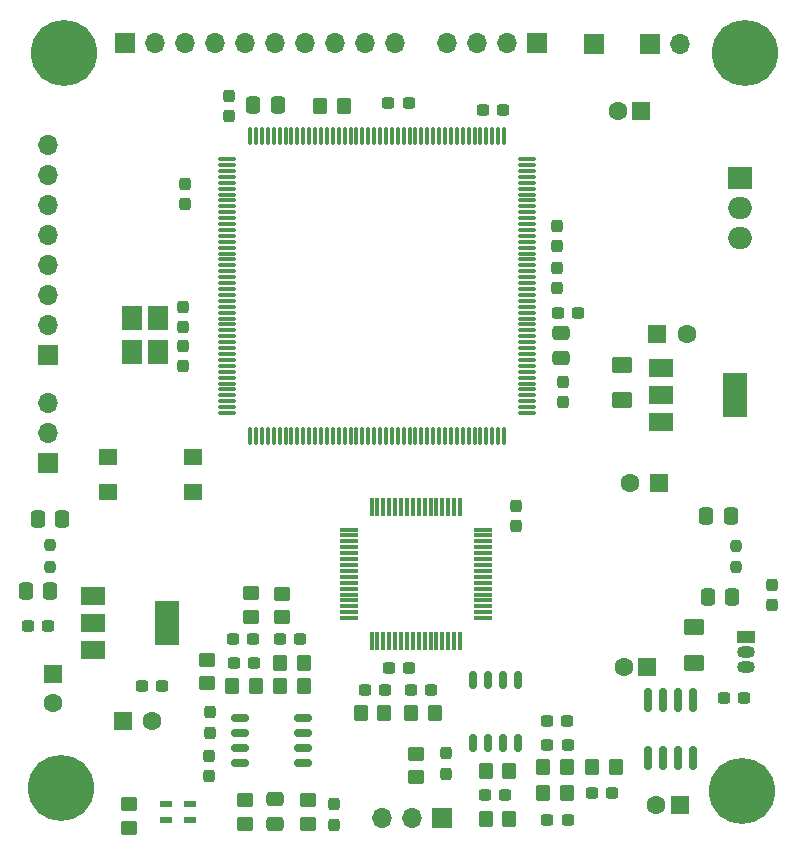
<source format=gbr>
%TF.GenerationSoftware,KiCad,Pcbnew,7.0.2*%
%TF.CreationDate,2023-11-02T10:17:44+01:00*%
%TF.ProjectId,stm_audio_board_V2,73746d5f-6175-4646-996f-5f626f617264,rev?*%
%TF.SameCoordinates,Original*%
%TF.FileFunction,Soldermask,Top*%
%TF.FilePolarity,Negative*%
%FSLAX46Y46*%
G04 Gerber Fmt 4.6, Leading zero omitted, Abs format (unit mm)*
G04 Created by KiCad (PCBNEW 7.0.2) date 2023-11-02 10:17:44*
%MOMM*%
%LPD*%
G01*
G04 APERTURE LIST*
G04 Aperture macros list*
%AMRoundRect*
0 Rectangle with rounded corners*
0 $1 Rounding radius*
0 $2 $3 $4 $5 $6 $7 $8 $9 X,Y pos of 4 corners*
0 Add a 4 corners polygon primitive as box body*
4,1,4,$2,$3,$4,$5,$6,$7,$8,$9,$2,$3,0*
0 Add four circle primitives for the rounded corners*
1,1,$1+$1,$2,$3*
1,1,$1+$1,$4,$5*
1,1,$1+$1,$6,$7*
1,1,$1+$1,$8,$9*
0 Add four rect primitives between the rounded corners*
20,1,$1+$1,$2,$3,$4,$5,0*
20,1,$1+$1,$4,$5,$6,$7,0*
20,1,$1+$1,$6,$7,$8,$9,0*
20,1,$1+$1,$8,$9,$2,$3,0*%
G04 Aperture macros list end*
%ADD10R,1.725000X2.100000*%
%ADD11RoundRect,0.237500X0.300000X0.237500X-0.300000X0.237500X-0.300000X-0.237500X0.300000X-0.237500X0*%
%ADD12RoundRect,0.250000X-0.350000X-0.450000X0.350000X-0.450000X0.350000X0.450000X-0.350000X0.450000X0*%
%ADD13RoundRect,0.237500X0.237500X-0.300000X0.237500X0.300000X-0.237500X0.300000X-0.237500X-0.300000X0*%
%ADD14RoundRect,0.237500X-0.237500X0.300000X-0.237500X-0.300000X0.237500X-0.300000X0.237500X0.300000X0*%
%ADD15C,5.600000*%
%ADD16R,2.000000X1.905000*%
%ADD17O,2.000000X1.905000*%
%ADD18RoundRect,0.250000X0.337500X0.475000X-0.337500X0.475000X-0.337500X-0.475000X0.337500X-0.475000X0*%
%ADD19R,1.500000X1.050000*%
%ADD20O,1.500000X1.050000*%
%ADD21RoundRect,0.150000X0.625000X0.150000X-0.625000X0.150000X-0.625000X-0.150000X0.625000X-0.150000X0*%
%ADD22RoundRect,0.150000X-0.150000X0.625000X-0.150000X-0.625000X0.150000X-0.625000X0.150000X0.625000X0*%
%ADD23RoundRect,0.250001X-0.624999X0.462499X-0.624999X-0.462499X0.624999X-0.462499X0.624999X0.462499X0*%
%ADD24RoundRect,0.237500X-0.300000X-0.237500X0.300000X-0.237500X0.300000X0.237500X-0.300000X0.237500X0*%
%ADD25R,1.700000X1.700000*%
%ADD26RoundRect,0.075000X-0.675000X-0.075000X0.675000X-0.075000X0.675000X0.075000X-0.675000X0.075000X0*%
%ADD27RoundRect,0.075000X-0.075000X-0.675000X0.075000X-0.675000X0.075000X0.675000X-0.075000X0.675000X0*%
%ADD28O,1.700000X1.700000*%
%ADD29RoundRect,0.250000X0.450000X-0.350000X0.450000X0.350000X-0.450000X0.350000X-0.450000X-0.350000X0*%
%ADD30RoundRect,0.250000X-0.450000X0.350000X-0.450000X-0.350000X0.450000X-0.350000X0.450000X0.350000X0*%
%ADD31RoundRect,0.237500X-0.237500X0.250000X-0.237500X-0.250000X0.237500X-0.250000X0.237500X0.250000X0*%
%ADD32RoundRect,0.250000X0.350000X0.450000X-0.350000X0.450000X-0.350000X-0.450000X0.350000X-0.450000X0*%
%ADD33R,1.000000X0.600000*%
%ADD34R,1.600000X1.400000*%
%ADD35RoundRect,0.150000X-0.150000X0.825000X-0.150000X-0.825000X0.150000X-0.825000X0.150000X0.825000X0*%
%ADD36RoundRect,0.075000X0.700000X0.075000X-0.700000X0.075000X-0.700000X-0.075000X0.700000X-0.075000X0*%
%ADD37RoundRect,0.075000X0.075000X0.700000X-0.075000X0.700000X-0.075000X-0.700000X0.075000X-0.700000X0*%
%ADD38RoundRect,0.250000X0.475000X-0.337500X0.475000X0.337500X-0.475000X0.337500X-0.475000X-0.337500X0*%
%ADD39R,2.000000X1.500000*%
%ADD40R,2.000000X3.800000*%
%ADD41RoundRect,0.250000X-0.475000X0.337500X-0.475000X-0.337500X0.475000X-0.337500X0.475000X0.337500X0*%
%ADD42R,1.600000X1.600000*%
%ADD43C,1.600000*%
G04 APERTURE END LIST*
D10*
%TO.C,Y2*%
X193405000Y-72284000D03*
X193405000Y-75184000D03*
X195580000Y-75184000D03*
X195580000Y-72284000D03*
%TD*%
D11*
%TO.C,C39*%
X203714346Y-101487000D03*
X201989346Y-101487000D03*
%TD*%
%TO.C,C8*%
X224819500Y-54687000D03*
X223094500Y-54687000D03*
%TD*%
D12*
%TO.C,R14*%
X205931000Y-103457000D03*
X207931000Y-103457000D03*
%TD*%
D13*
%TO.C,C18*%
X219953000Y-110885500D03*
X219953000Y-109160500D03*
%TD*%
D14*
%TO.C,C38*%
X199959568Y-105676500D03*
X199959568Y-107401500D03*
%TD*%
D15*
%TO.C,H2*%
X245003000Y-112333000D03*
%TD*%
D13*
%TO.C,C35*%
X197859000Y-62687500D03*
X197859000Y-60962500D03*
%TD*%
D14*
%TO.C,C43*%
X210495000Y-113462500D03*
X210495000Y-115187500D03*
%TD*%
D16*
%TO.C,U3*%
X244877000Y-60471000D03*
D17*
X244877000Y-63011000D03*
X244877000Y-65551000D03*
%TD*%
D11*
%TO.C,C20*%
X230247500Y-108421000D03*
X228522500Y-108421000D03*
%TD*%
D18*
%TO.C,C69*%
X244058500Y-89057000D03*
X241983500Y-89057000D03*
%TD*%
D11*
%TO.C,C23*%
X207593500Y-99455000D03*
X205868500Y-99455000D03*
%TD*%
D12*
%TO.C,R4*%
X232353000Y-110313000D03*
X234353000Y-110313000D03*
%TD*%
D19*
%TO.C,U6*%
X245325000Y-99275000D03*
D20*
X245325000Y-100545000D03*
X245325000Y-101815000D03*
%TD*%
D13*
%TO.C,C81*%
X225843000Y-89913500D03*
X225843000Y-88188500D03*
%TD*%
D21*
%TO.C,U2*%
X207822000Y-109986000D03*
X207822000Y-108716000D03*
X207822000Y-107446000D03*
X207822000Y-106176000D03*
X202472000Y-106176000D03*
X202472000Y-107446000D03*
X202472000Y-108716000D03*
X202472000Y-109986000D03*
%TD*%
D14*
%TO.C,C58*%
X229355000Y-68074500D03*
X229355000Y-69799500D03*
%TD*%
D22*
%TO.C,U4*%
X226018000Y-102934000D03*
X224748000Y-102934000D03*
X223478000Y-102934000D03*
X222208000Y-102934000D03*
X222208000Y-108284000D03*
X223478000Y-108284000D03*
X224748000Y-108284000D03*
X226018000Y-108284000D03*
%TD*%
D23*
%TO.C,D5*%
X234875000Y-76256500D03*
X234875000Y-79231500D03*
%TD*%
D11*
%TO.C,C27*%
X186259500Y-98365000D03*
X184534500Y-98365000D03*
%TD*%
D24*
%TO.C,C30*%
X194186500Y-103475000D03*
X195911500Y-103475000D03*
%TD*%
D11*
%TO.C,C22*%
X203648654Y-99455000D03*
X201923654Y-99455000D03*
%TD*%
D25*
%TO.C,J4*%
X232457000Y-49069000D03*
%TD*%
D13*
%TO.C,C48*%
X247555000Y-96629976D03*
X247555000Y-94904976D03*
%TD*%
D26*
%TO.C,U1*%
X201447000Y-58846000D03*
X201447000Y-59346000D03*
X201447000Y-59846000D03*
X201447000Y-60346000D03*
X201447000Y-60846000D03*
X201447000Y-61346000D03*
X201447000Y-61846000D03*
X201447000Y-62346000D03*
X201447000Y-62846000D03*
X201447000Y-63346000D03*
X201447000Y-63846000D03*
X201447000Y-64346000D03*
X201447000Y-64846000D03*
X201447000Y-65346000D03*
X201447000Y-65846000D03*
X201447000Y-66346000D03*
X201447000Y-66846000D03*
X201447000Y-67346000D03*
X201447000Y-67846000D03*
X201447000Y-68346000D03*
X201447000Y-68846000D03*
X201447000Y-69346000D03*
X201447000Y-69846000D03*
X201447000Y-70346000D03*
X201447000Y-70846000D03*
X201447000Y-71346000D03*
X201447000Y-71846000D03*
X201447000Y-72346000D03*
X201447000Y-72846000D03*
X201447000Y-73346000D03*
X201447000Y-73846000D03*
X201447000Y-74346000D03*
X201447000Y-74846000D03*
X201447000Y-75346000D03*
X201447000Y-75846000D03*
X201447000Y-76346000D03*
X201447000Y-76846000D03*
X201447000Y-77346000D03*
X201447000Y-77846000D03*
X201447000Y-78346000D03*
X201447000Y-78846000D03*
X201447000Y-79346000D03*
X201447000Y-79846000D03*
X201447000Y-80346000D03*
D27*
X203372000Y-82271000D03*
X203872000Y-82271000D03*
X204372000Y-82271000D03*
X204872000Y-82271000D03*
X205372000Y-82271000D03*
X205872000Y-82271000D03*
X206372000Y-82271000D03*
X206872000Y-82271000D03*
X207372000Y-82271000D03*
X207872000Y-82271000D03*
X208372000Y-82271000D03*
X208872000Y-82271000D03*
X209372000Y-82271000D03*
X209872000Y-82271000D03*
X210372000Y-82271000D03*
X210872000Y-82271000D03*
X211372000Y-82271000D03*
X211872000Y-82271000D03*
X212372000Y-82271000D03*
X212872000Y-82271000D03*
X213372000Y-82271000D03*
X213872000Y-82271000D03*
X214372000Y-82271000D03*
X214872000Y-82271000D03*
X215372000Y-82271000D03*
X215872000Y-82271000D03*
X216372000Y-82271000D03*
X216872000Y-82271000D03*
X217372000Y-82271000D03*
X217872000Y-82271000D03*
X218372000Y-82271000D03*
X218872000Y-82271000D03*
X219372000Y-82271000D03*
X219872000Y-82271000D03*
X220372000Y-82271000D03*
X220872000Y-82271000D03*
X221372000Y-82271000D03*
X221872000Y-82271000D03*
X222372000Y-82271000D03*
X222872000Y-82271000D03*
X223372000Y-82271000D03*
X223872000Y-82271000D03*
X224372000Y-82271000D03*
X224872000Y-82271000D03*
D26*
X226797000Y-80346000D03*
X226797000Y-79846000D03*
X226797000Y-79346000D03*
X226797000Y-78846000D03*
X226797000Y-78346000D03*
X226797000Y-77846000D03*
X226797000Y-77346000D03*
X226797000Y-76846000D03*
X226797000Y-76346000D03*
X226797000Y-75846000D03*
X226797000Y-75346000D03*
X226797000Y-74846000D03*
X226797000Y-74346000D03*
X226797000Y-73846000D03*
X226797000Y-73346000D03*
X226797000Y-72846000D03*
X226797000Y-72346000D03*
X226797000Y-71846000D03*
X226797000Y-71346000D03*
X226797000Y-70846000D03*
X226797000Y-70346000D03*
X226797000Y-69846000D03*
X226797000Y-69346000D03*
X226797000Y-68846000D03*
X226797000Y-68346000D03*
X226797000Y-67846000D03*
X226797000Y-67346000D03*
X226797000Y-66846000D03*
X226797000Y-66346000D03*
X226797000Y-65846000D03*
X226797000Y-65346000D03*
X226797000Y-64846000D03*
X226797000Y-64346000D03*
X226797000Y-63846000D03*
X226797000Y-63346000D03*
X226797000Y-62846000D03*
X226797000Y-62346000D03*
X226797000Y-61846000D03*
X226797000Y-61346000D03*
X226797000Y-60846000D03*
X226797000Y-60346000D03*
X226797000Y-59846000D03*
X226797000Y-59346000D03*
X226797000Y-58846000D03*
D27*
X224872000Y-56921000D03*
X224372000Y-56921000D03*
X223872000Y-56921000D03*
X223372000Y-56921000D03*
X222872000Y-56921000D03*
X222372000Y-56921000D03*
X221872000Y-56921000D03*
X221372000Y-56921000D03*
X220872000Y-56921000D03*
X220372000Y-56921000D03*
X219872000Y-56921000D03*
X219372000Y-56921000D03*
X218872000Y-56921000D03*
X218372000Y-56921000D03*
X217872000Y-56921000D03*
X217372000Y-56921000D03*
X216872000Y-56921000D03*
X216372000Y-56921000D03*
X215872000Y-56921000D03*
X215372000Y-56921000D03*
X214872000Y-56921000D03*
X214372000Y-56921000D03*
X213872000Y-56921000D03*
X213372000Y-56921000D03*
X212872000Y-56921000D03*
X212372000Y-56921000D03*
X211872000Y-56921000D03*
X211372000Y-56921000D03*
X210872000Y-56921000D03*
X210372000Y-56921000D03*
X209872000Y-56921000D03*
X209372000Y-56921000D03*
X208872000Y-56921000D03*
X208372000Y-56921000D03*
X207872000Y-56921000D03*
X207372000Y-56921000D03*
X206872000Y-56921000D03*
X206372000Y-56921000D03*
X205872000Y-56921000D03*
X205372000Y-56921000D03*
X204872000Y-56921000D03*
X204372000Y-56921000D03*
X203872000Y-56921000D03*
X203372000Y-56921000D03*
%TD*%
D25*
%TO.C,J5*%
X192739000Y-48975000D03*
D28*
X195279000Y-48975000D03*
X197819000Y-48975000D03*
X200359000Y-48975000D03*
X202899000Y-48975000D03*
X205439000Y-48975000D03*
X207979000Y-48975000D03*
X210519000Y-48975000D03*
X213059000Y-48975000D03*
X215599000Y-48975000D03*
%TD*%
D13*
%TO.C,C31*%
X197677000Y-73093500D03*
X197677000Y-71368500D03*
%TD*%
D23*
%TO.C,D3*%
X240937000Y-98493500D03*
X240937000Y-101468500D03*
%TD*%
D14*
%TO.C,C37*%
X197677000Y-74677834D03*
X197677000Y-76402834D03*
%TD*%
D13*
%TO.C,C78*%
X229863000Y-79451500D03*
X229863000Y-77726500D03*
%TD*%
%TO.C,C89*%
X199913000Y-111091500D03*
X199913000Y-109366500D03*
%TD*%
D12*
%TO.C,R1*%
X209328000Y-54356000D03*
X211328000Y-54356000D03*
%TD*%
D29*
%TO.C,R17*%
X202911284Y-115125000D03*
X202911284Y-113125000D03*
%TD*%
D15*
%TO.C,H4*%
X187599000Y-49887000D03*
%TD*%
D12*
%TO.C,R8*%
X217007000Y-105741000D03*
X219007000Y-105741000D03*
%TD*%
D30*
%TO.C,R27*%
X206031000Y-95641580D03*
X206031000Y-97641580D03*
%TD*%
D12*
%TO.C,R32*%
X205931000Y-101521000D03*
X207931000Y-101521000D03*
%TD*%
%TO.C,R5*%
X228185000Y-110351000D03*
X230185000Y-110351000D03*
%TD*%
D24*
%TO.C,C60*%
X229412500Y-71845000D03*
X231137500Y-71845000D03*
%TD*%
D29*
%TO.C,R18*%
X208254142Y-115125000D03*
X208254142Y-113125000D03*
%TD*%
D11*
%TO.C,C19*%
X230247500Y-114819000D03*
X228522500Y-114819000D03*
%TD*%
D31*
%TO.C,FB4*%
X186442000Y-91550500D03*
X186442000Y-93375500D03*
%TD*%
D11*
%TO.C,C73*%
X234015500Y-112533000D03*
X232290500Y-112533000D03*
%TD*%
D15*
%TO.C,H3*%
X245278000Y-49887000D03*
%TD*%
D32*
%TO.C,R7*%
X225315000Y-110663000D03*
X223315000Y-110663000D03*
%TD*%
D33*
%TO.C,D7*%
X196258000Y-113487000D03*
X196258000Y-114787000D03*
X198258000Y-114787000D03*
X198258000Y-113487000D03*
%TD*%
D29*
%TO.C,R31*%
X199739568Y-103213846D03*
X199739568Y-101213846D03*
%TD*%
D11*
%TO.C,C24*%
X218697500Y-103759000D03*
X216972500Y-103759000D03*
%TD*%
D30*
%TO.C,R11*%
X217391000Y-109175000D03*
X217391000Y-111175000D03*
%TD*%
D14*
%TO.C,C3*%
X229355000Y-64518500D03*
X229355000Y-66243500D03*
%TD*%
D24*
%TO.C,C21*%
X223252500Y-112709000D03*
X224977500Y-112709000D03*
%TD*%
D34*
%TO.C,SW1*%
X191369000Y-84063000D03*
X198569000Y-84063000D03*
X191369000Y-87063000D03*
X198569000Y-87063000D03*
%TD*%
D15*
%TO.C,H1*%
X187324000Y-112058000D03*
%TD*%
D18*
%TO.C,C104*%
X187479500Y-89325000D03*
X185404500Y-89325000D03*
%TD*%
D13*
%TO.C,C12*%
X201605000Y-55223500D03*
X201605000Y-53498500D03*
%TD*%
D25*
%TO.C,J6*%
X186229000Y-84563000D03*
D28*
X186229000Y-82023000D03*
X186229000Y-79483000D03*
%TD*%
D35*
%TO.C,7660S1*%
X240834000Y-104616000D03*
X239564000Y-104616000D03*
X238294000Y-104616000D03*
X237024000Y-104616000D03*
X237024000Y-109566000D03*
X238294000Y-109566000D03*
X239564000Y-109566000D03*
X240834000Y-109566000D03*
%TD*%
D18*
%TO.C,C1*%
X205715500Y-54250000D03*
X203640500Y-54250000D03*
%TD*%
D25*
%TO.C,J7*%
X186229000Y-75455000D03*
D28*
X186229000Y-72915000D03*
X186229000Y-70375000D03*
X186229000Y-67835000D03*
X186229000Y-65295000D03*
X186229000Y-62755000D03*
X186229000Y-60215000D03*
X186229000Y-57675000D03*
%TD*%
D36*
%TO.C,U11*%
X223073000Y-97710000D03*
X223073000Y-97210000D03*
X223073000Y-96710000D03*
X223073000Y-96210000D03*
X223073000Y-95710000D03*
X223073000Y-95210000D03*
X223073000Y-94710000D03*
X223073000Y-94210000D03*
X223073000Y-93710000D03*
X223073000Y-93210000D03*
X223073000Y-92710000D03*
X223073000Y-92210000D03*
X223073000Y-91710000D03*
X223073000Y-91210000D03*
X223073000Y-90710000D03*
X223073000Y-90210000D03*
D37*
X221148000Y-88285000D03*
X220648000Y-88285000D03*
X220148000Y-88285000D03*
X219648000Y-88285000D03*
X219148000Y-88285000D03*
X218648000Y-88285000D03*
X218148000Y-88285000D03*
X217648000Y-88285000D03*
X217148000Y-88285000D03*
X216648000Y-88285000D03*
X216148000Y-88285000D03*
X215648000Y-88285000D03*
X215148000Y-88285000D03*
X214648000Y-88285000D03*
X214148000Y-88285000D03*
X213648000Y-88285000D03*
D36*
X211723000Y-90210000D03*
X211723000Y-90710000D03*
X211723000Y-91210000D03*
X211723000Y-91710000D03*
X211723000Y-92210000D03*
X211723000Y-92710000D03*
X211723000Y-93210000D03*
X211723000Y-93710000D03*
X211723000Y-94210000D03*
X211723000Y-94710000D03*
X211723000Y-95210000D03*
X211723000Y-95710000D03*
X211723000Y-96210000D03*
X211723000Y-96710000D03*
X211723000Y-97210000D03*
X211723000Y-97710000D03*
D37*
X213648000Y-99635000D03*
X214148000Y-99635000D03*
X214648000Y-99635000D03*
X215148000Y-99635000D03*
X215648000Y-99635000D03*
X216148000Y-99635000D03*
X216648000Y-99635000D03*
X217148000Y-99635000D03*
X217648000Y-99635000D03*
X218148000Y-99635000D03*
X218648000Y-99635000D03*
X219148000Y-99635000D03*
X219648000Y-99635000D03*
X220148000Y-99635000D03*
X220648000Y-99635000D03*
X221148000Y-99635000D03*
%TD*%
D30*
%TO.C,R28*%
X193109000Y-113441000D03*
X193109000Y-115441000D03*
%TD*%
D38*
%TO.C,C42*%
X205472426Y-115132500D03*
X205472426Y-113057500D03*
%TD*%
D30*
%TO.C,R30*%
X203486154Y-95599000D03*
X203486154Y-97599000D03*
%TD*%
D18*
%TO.C,C105*%
X186463500Y-95451000D03*
X184388500Y-95451000D03*
%TD*%
D24*
%TO.C,C51*%
X215092500Y-101951000D03*
X216817500Y-101951000D03*
%TD*%
D32*
%TO.C,R9*%
X214723000Y-105741000D03*
X212723000Y-105741000D03*
%TD*%
D11*
%TO.C,C50*%
X214785500Y-103759000D03*
X213060500Y-103759000D03*
%TD*%
%TO.C,C75*%
X245207500Y-104463000D03*
X243482500Y-104463000D03*
%TD*%
D18*
%TO.C,C103*%
X244172500Y-95885000D03*
X242097500Y-95885000D03*
%TD*%
D32*
%TO.C,R6*%
X230185000Y-112539000D03*
X228185000Y-112539000D03*
%TD*%
D31*
%TO.C,FB3*%
X244545000Y-91580500D03*
X244545000Y-93405500D03*
%TD*%
D39*
%TO.C,U9*%
X238144000Y-76546000D03*
X238144000Y-78846000D03*
D40*
X244444000Y-78846000D03*
D39*
X238144000Y-81146000D03*
%TD*%
D24*
%TO.C,C5*%
X215072476Y-54061000D03*
X216797476Y-54061000D03*
%TD*%
D39*
%TO.C,U5*%
X190075000Y-95813000D03*
X190075000Y-98113000D03*
D40*
X196375000Y-98113000D03*
D39*
X190075000Y-100413000D03*
%TD*%
D32*
%TO.C,R13*%
X203842136Y-103457000D03*
X201842136Y-103457000D03*
%TD*%
D25*
%TO.C,J1*%
X237187000Y-49127000D03*
D28*
X239727000Y-49127000D03*
%TD*%
D41*
%TO.C,C2*%
X229684000Y-73592500D03*
X229684000Y-75667500D03*
%TD*%
D25*
%TO.C,J2*%
X227633000Y-48975000D03*
D28*
X225093000Y-48975000D03*
X222553000Y-48975000D03*
X220013000Y-48975000D03*
%TD*%
D25*
%TO.C,J3*%
X219613000Y-114601000D03*
D28*
X217073000Y-114601000D03*
X214533000Y-114601000D03*
%TD*%
D12*
%TO.C,R26*%
X223315000Y-114713000D03*
X225315000Y-114713000D03*
%TD*%
D24*
%TO.C,C90*%
X228514500Y-106389000D03*
X230239500Y-106389000D03*
%TD*%
D42*
%TO.C,C13*%
X236498241Y-54733000D03*
D43*
X234498241Y-54733000D03*
%TD*%
D42*
%TO.C,C29*%
X192583000Y-106401759D03*
D43*
X195083000Y-106401759D03*
%TD*%
D42*
%TO.C,C28*%
X186714241Y-102437000D03*
D43*
X186714241Y-104937000D03*
%TD*%
D42*
%TO.C,C70*%
X237843000Y-73635759D03*
D43*
X240343000Y-73635759D03*
%TD*%
D42*
%TO.C,C76*%
X237006241Y-101881000D03*
D43*
X235006241Y-101881000D03*
%TD*%
D42*
%TO.C,C77*%
X239773000Y-113562241D03*
D43*
X237773000Y-113562241D03*
%TD*%
D42*
%TO.C,C71*%
X238022241Y-86229000D03*
D43*
X235522241Y-86229000D03*
%TD*%
M02*

</source>
